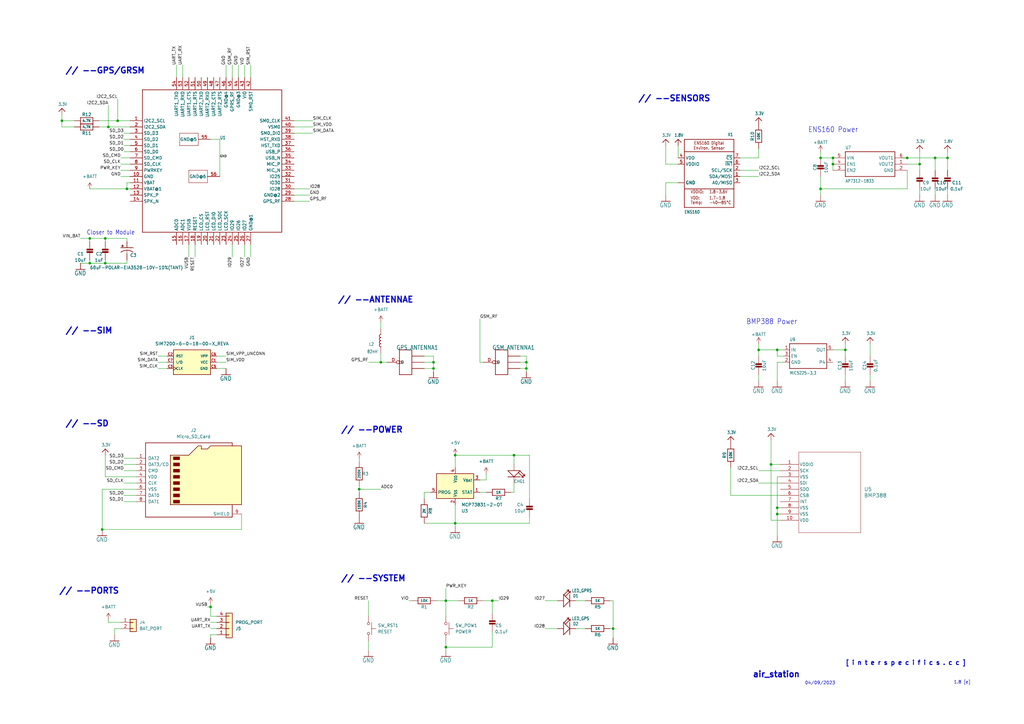
<source format=kicad_sch>
(kicad_sch (version 20230121) (generator eeschema)
  (paper "A3")
  (junction (at 318.77 208.28))
  (junction (at 336.55 64.77))
  (junction (at 52.07 77.47))
  (junction (at 86.36 248.92))
  (junction (at 48.26 49.53))
  (junction (at 210.82 186.69))
  (junction (at 36.83 107.95))
  (junction (at 341.63 67.31))
  (junction (at 346.71 143.51))
  (junction (at 186.69 186.69))
  (junction (at 215.9 151.13))
  (junction (at 156.21 148.59))
  (junction (at 147.32 200.66))
  (junction (at 251.46 257.81))
  (junction (at 336.55 77.47))
  (junction (at 318.77 210.82))
  (junction (at 201.93 246.38))
  (junction (at 182.88 246.38))
  (junction (at 177.8 148.59))
  (junction (at 377.19 67.31))
  (junction (at 177.8 151.13))
  (junction (at 341.63 64.77))
  (junction (at 316.23 190.5))
  (junction (at 215.9 148.59))
  (junction (at 372.11 64.77))
  (junction (at 186.69 214.63))
  (junction (at 388.62 64.77))
  (junction (at 43.18 107.95))
  (junction (at 36.83 97.79))
  (junction (at 318.77 143.51))
  (junction (at 383.54 64.77))
  (junction (at 311.15 143.51))
  (junction (at 44.45 52.07))
  (junction (at 182.88 265.43))
  (junction (at 41.91 217.17))
  (junction (at 43.18 97.79))
  (junction (at 25.4 49.53))
  (wire (pts (xy 86.36 57.15) (xy 90.17 57.15)) (stroke (width 0.1524)))
  (wire (pts (xy 43.18 195.58) (xy 43.18 186.69)))
  (wire (pts (xy 88.9 146.05) (xy 92.71 146.05)))
  (wire (pts (xy 36.83 106.68) (xy 36.83 107.95)) (stroke (width 0.1524)))
  (wire (pts (xy 156.21 148.59) (xy 158.75 148.59)))
  (wire (pts (xy 120.65 52.07) (xy 128.27 52.07)))
  (wire (pts (xy 341.63 67.31) (xy 341.63 69.85)) (stroke (width 0.1524)))
  (wire (pts (xy 196.85 130.81) (xy 196.85 148.59)))
  (wire (pts (xy 236.22 257.81) (xy 240.03 257.81)))
  (wire (pts (xy 40.64 49.53) (xy 48.26 49.53)))
  (wire (pts (xy 74.93 26.67) (xy 74.93 31.75)))
  (wire (pts (xy 318.77 148.59) (xy 318.77 156.21)) (stroke (width 0.1524)))
  (wire (pts (xy 88.9 151.13) (xy 92.71 151.13)))
  (wire (pts (xy 223.52 246.38) (xy 228.6 246.38)))
  (wire (pts (xy 41.91 217.17) (xy 99.06 217.17)) (stroke (width 0.1524)))
  (wire (pts (xy 213.36 148.59) (xy 215.9 148.59)))
  (wire (pts (xy 55.88 200.66) (xy 41.91 200.66)))
  (wire (pts (xy 30.48 52.07) (xy 25.4 52.07)))
  (wire (pts (xy 72.39 31.75) (xy 72.39 26.67)) (stroke (width 0.1524)))
  (wire (pts (xy 311.15 198.12) (xy 320.04 198.12)))
  (wire (pts (xy 236.22 246.38) (xy 240.03 246.38)))
  (wire (pts (xy 50.8 62.23) (xy 53.34 62.23)))
  (wire (pts (xy 151.13 246.38) (xy 151.13 252.73)))
  (wire (pts (xy 43.18 97.79) (xy 36.83 97.79)) (stroke (width 0.1524)))
  (wire (pts (xy 250.19 246.38) (xy 251.46 246.38)))
  (wire (pts (xy 182.88 265.43) (xy 182.88 266.7)))
  (wire (pts (xy 318.77 143.51) (xy 311.15 143.51)) (stroke (width 0.1524)))
  (wire (pts (xy 356.87 140.97) (xy 356.87 146.05)) (stroke (width 0.1524)))
  (wire (pts (xy 92.71 26.67) (xy 92.71 31.75)))
  (wire (pts (xy 147.32 200.66) (xy 147.32 201.93)))
  (wire (pts (xy 43.18 107.95) (xy 52.07 107.95)) (stroke (width 0.1524)))
  (wire (pts (xy 102.87 100.33) (xy 102.87 105.41)))
  (wire (pts (xy 320.04 203.2) (xy 299.72 203.2)))
  (wire (pts (xy 52.07 107.95) (xy 52.07 106.68)) (stroke (width 0.1524)))
  (wire (pts (xy 318.77 195.58) (xy 318.77 208.28)))
  (wire (pts (xy 36.83 107.95) (xy 43.18 107.95)) (stroke (width 0.1524)))
  (wire (pts (xy 388.62 64.77) (xy 388.62 69.85)) (stroke (width 0.1524)))
  (wire (pts (xy 311.15 153.67) (xy 311.15 156.21)) (stroke (width 0.1524)))
  (wire (pts (xy 273.05 74.93) (xy 273.05 80.01)) (stroke (width 0.1524)))
  (wire (pts (xy 182.88 246.38) (xy 187.96 246.38)))
  (wire (pts (xy 49.53 64.77) (xy 53.34 64.77)))
  (wire (pts (xy 318.77 208.28) (xy 318.77 210.82)))
  (wire (pts (xy 369.57 64.77) (xy 372.11 64.77)) (stroke (width 0.1524)))
  (wire (pts (xy 210.82 186.69) (xy 186.69 186.69)))
  (wire (pts (xy 50.8 193.04) (xy 55.88 193.04)))
  (wire (pts (xy 64.77 148.59) (xy 68.58 148.59)))
  (wire (pts (xy 50.8 54.61) (xy 53.34 54.61)))
  (wire (pts (xy 336.55 62.23) (xy 336.55 64.77)) (stroke (width 0.1524)))
  (wire (pts (xy 173.99 204.47) (xy 173.99 201.93)))
  (wire (pts (xy 40.64 52.07) (xy 44.45 52.07)))
  (wire (pts (xy 173.99 151.13) (xy 177.8 151.13)))
  (wire (pts (xy 356.87 153.67) (xy 356.87 156.21)) (stroke (width 0.1524)))
  (wire (pts (xy 95.25 26.67) (xy 95.25 31.75)))
  (wire (pts (xy 321.31 148.59) (xy 318.77 148.59)) (stroke (width 0.1524)))
  (wire (pts (xy 49.53 69.85) (xy 53.34 69.85)))
  (wire (pts (xy 311.15 64.77) (xy 311.15 60.96)))
  (wire (pts (xy 251.46 257.81) (xy 251.46 261.62)))
  (wire (pts (xy 179.07 246.38) (xy 182.88 246.38)))
  (wire (pts (xy 90.17 57.15) (xy 90.17 72.39)) (stroke (width 0.1524)))
  (wire (pts (xy 156.21 132.08) (xy 156.21 134.62)))
  (wire (pts (xy 33.02 107.95) (xy 36.83 107.95)))
  (wire (pts (xy 346.71 153.67) (xy 346.71 156.21)) (stroke (width 0.1524)))
  (wire (pts (xy 53.34 74.93) (xy 52.07 74.93)) (stroke (width 0.1524)))
  (wire (pts (xy 321.31 146.05) (xy 318.77 146.05)) (stroke (width 0.1524)))
  (wire (pts (xy 210.82 201.93) (xy 210.82 198.12)))
  (wire (pts (xy 198.12 246.38) (xy 201.93 246.38)))
  (wire (pts (xy 372.11 64.77) (xy 383.54 64.77)) (stroke (width 0.1524)))
  (wire (pts (xy 52.07 77.47) (xy 53.34 77.47)) (stroke (width 0.1524)))
  (wire (pts (xy 217.17 212.09) (xy 217.17 214.63)))
  (wire (pts (xy 311.15 193.04) (xy 320.04 193.04)))
  (wire (pts (xy 52.07 99.06) (xy 52.07 97.79)) (stroke (width 0.1524)))
  (wire (pts (xy 186.69 207.01) (xy 186.69 214.63)))
  (wire (pts (xy 223.52 257.81) (xy 228.6 257.81)))
  (wire (pts (xy 151.13 262.89) (xy 151.13 266.7)))
  (wire (pts (xy 217.17 214.63) (xy 186.69 214.63)))
  (wire (pts (xy 250.19 257.81) (xy 251.46 257.81)))
  (wire (pts (xy 377.19 62.23) (xy 377.19 67.31)) (stroke (width 0.1524)))
  (wire (pts (xy 50.8 198.12) (xy 55.88 198.12)))
  (wire (pts (xy 44.45 52.07) (xy 53.34 52.07)))
  (wire (pts (xy 43.18 106.68) (xy 43.18 107.95)) (stroke (width 0.1524)))
  (wire (pts (xy 186.69 214.63) (xy 186.69 215.9)))
  (wire (pts (xy 346.71 143.51) (xy 346.71 140.97)) (stroke (width 0.1524)))
  (wire (pts (xy 320.04 213.36) (xy 316.23 213.36)))
  (wire (pts (xy 383.54 77.47) (xy 383.54 80.01)) (stroke (width 0.1524)))
  (wire (pts (xy 86.36 247.65) (xy 86.36 248.92)))
  (wire (pts (xy 99.06 210.82) (xy 99.06 213.36)))
  (wire (pts (xy 388.62 77.47) (xy 388.62 80.01)) (stroke (width 0.1524)))
  (wire (pts (xy 64.77 151.13) (xy 68.58 151.13)))
  (wire (pts (xy 43.18 99.06) (xy 43.18 97.79)) (stroke (width 0.1524)))
  (wire (pts (xy 77.47 100.33) (xy 77.47 105.41)))
  (wire (pts (xy 173.99 148.59) (xy 177.8 148.59)))
  (wire (pts (xy 278.13 64.77) (xy 278.13 59.69)) (stroke (width 0.1524)))
  (wire (pts (xy 177.8 148.59) (xy 177.8 151.13)))
  (wire (pts (xy 346.71 143.51) (xy 346.71 146.05)) (stroke (width 0.1524)))
  (wire (pts (xy 201.93 259.08) (xy 201.93 265.43)))
  (wire (pts (xy 173.99 214.63) (xy 186.69 214.63)))
  (wire (pts (xy 25.4 49.53) (xy 25.4 46.99)))
  (wire (pts (xy 311.15 143.51) (xy 311.15 146.05)) (stroke (width 0.1524)))
  (wire (pts (xy 383.54 64.77) (xy 388.62 64.77)) (stroke (width 0.1524)))
  (wire (pts (xy 299.72 203.2) (xy 299.72 191.77)))
  (wire (pts (xy 52.07 97.79) (xy 43.18 97.79)) (stroke (width 0.1524)))
  (wire (pts (xy 383.54 69.85) (xy 383.54 64.77)) (stroke (width 0.1524)))
  (wire (pts (xy 36.83 77.47) (xy 52.07 77.47)) (stroke (width 0.1524)))
  (wire (pts (xy 120.65 77.47) (xy 127 77.47)))
  (wire (pts (xy 278.13 67.31) (xy 273.05 67.31)) (stroke (width 0.1524)))
  (wire (pts (xy 88.9 148.59) (xy 92.71 148.59)))
  (wire (pts (xy 30.48 49.53) (xy 25.4 49.53)))
  (wire (pts (xy 372.11 77.47) (xy 336.55 77.47)) (stroke (width 0.1524)))
  (wire (pts (xy 50.8 205.74) (xy 55.88 205.74)))
  (wire (pts (xy 196.85 196.85) (xy 199.39 196.85)))
  (wire (pts (xy 372.11 69.85) (xy 372.11 77.47)) (stroke (width 0.1524)))
  (wire (pts (xy 50.8 203.2) (xy 55.88 203.2)))
  (wire (pts (xy 320.04 195.58) (xy 318.77 195.58)))
  (wire (pts (xy 85.09 248.92) (xy 86.36 248.92)))
  (wire (pts (xy 320.04 208.28) (xy 318.77 208.28)))
  (wire (pts (xy 120.65 80.01) (xy 127 80.01)) (stroke (width 0.1524)))
  (wire (pts (xy 102.87 26.67) (xy 102.87 31.75)))
  (wire (pts (xy 100.33 100.33) (xy 100.33 105.41)))
  (wire (pts (xy 201.93 246.38) (xy 204.47 246.38)))
  (wire (pts (xy 217.17 204.47) (xy 217.17 186.69)))
  (wire (pts (xy 210.82 190.5) (xy 210.82 186.69)))
  (wire (pts (xy 168.91 246.38) (xy 167.64 246.38)))
  (wire (pts (xy 50.8 190.5) (xy 55.88 190.5)))
  (wire (pts (xy 311.15 143.51) (xy 311.15 140.97)) (stroke (width 0.1524)))
  (wire (pts (xy 320.04 190.5) (xy 316.23 190.5)))
  (wire (pts (xy 48.26 49.53) (xy 53.34 49.53)))
  (wire (pts (xy 86.36 248.92) (xy 86.36 252.73)))
  (wire (pts (xy 303.53 72.39) (xy 311.15 72.39)))
  (wire (pts (xy 43.18 195.58) (xy 55.88 195.58)))
  (wire (pts (xy 64.77 146.05) (xy 68.58 146.05)))
  (wire (pts (xy 201.93 265.43) (xy 182.88 265.43)))
  (wire (pts (xy 336.55 77.47) (xy 336.55 80.01)) (stroke (width 0.1524)))
  (wire (pts (xy 182.88 241.3) (xy 182.88 246.38)))
  (wire (pts (xy 377.19 77.47) (xy 377.19 80.01)) (stroke (width 0.1524)))
  (wire (pts (xy 86.36 257.81) (xy 88.9 257.81)))
  (wire (pts (xy 215.9 151.13) (xy 215.9 148.59)))
  (wire (pts (xy 49.53 257.81) (xy 46.99 257.81)))
  (wire (pts (xy 49.53 67.31) (xy 53.34 67.31)))
  (wire (pts (xy 151.13 148.59) (xy 156.21 148.59)))
  (wire (pts (xy 321.31 143.51) (xy 318.77 143.51)) (stroke (width 0.1524)))
  (wire (pts (xy 215.9 146.05) (xy 213.36 146.05)))
  (wire (pts (xy 44.45 254) (xy 44.45 255.27)))
  (wire (pts (xy 147.32 199.39) (xy 147.32 200.66)))
  (wire (pts (xy 52.07 74.93) (xy 52.07 77.47)) (stroke (width 0.1524)))
  (wire (pts (xy 41.91 200.66) (xy 41.91 217.17)))
  (wire (pts (xy 25.4 52.07) (xy 25.4 49.53)))
  (wire (pts (xy 86.36 255.27) (xy 88.9 255.27)))
  (wire (pts (xy 278.13 74.93) (xy 273.05 74.93)) (stroke (width 0.1524)))
  (wire (pts (xy 209.55 201.93) (xy 210.82 201.93)))
  (wire (pts (xy 303.53 64.77) (xy 311.15 64.77)))
  (wire (pts (xy 50.8 57.15) (xy 53.34 57.15)))
  (wire (pts (xy 50.8 187.96) (xy 55.88 187.96)))
  (wire (pts (xy 99.06 217.17) (xy 99.06 213.36)) (stroke (width 0.1524)))
  (wire (pts (xy 201.93 246.38) (xy 201.93 251.46)))
  (wire (pts (xy 341.63 67.31) (xy 341.63 64.77)) (stroke (width 0.1524)))
  (wire (pts (xy 49.53 72.39) (xy 53.34 72.39)))
  (wire (pts (xy 320.04 210.82) (xy 318.77 210.82)))
  (wire (pts (xy 177.8 151.13) (xy 177.8 152.4)))
  (wire (pts (xy 217.17 186.69) (xy 210.82 186.69)))
  (wire (pts (xy 86.36 260.35) (xy 86.36 261.62)))
  (wire (pts (xy 173.99 201.93) (xy 176.53 201.93)))
  (wire (pts (xy 215.9 152.4) (xy 215.9 151.13)))
  (wire (pts (xy 44.45 255.27) (xy 49.53 255.27)))
  (wire (pts (xy 186.69 186.69) (xy 186.69 191.77)))
  (wire (pts (xy 251.46 246.38) (xy 251.46 257.81)))
  (wire (pts (xy 182.88 246.38) (xy 182.88 252.73)))
  (wire (pts (xy 388.62 62.23) (xy 388.62 64.77)) (stroke (width 0.1524)))
  (wire (pts (xy 377.19 67.31) (xy 377.19 69.85)) (stroke (width 0.1524)))
  (wire (pts (xy 196.85 201.93) (xy 199.39 201.93)))
  (wire (pts (xy 86.36 252.73) (xy 88.9 252.73)))
  (wire (pts (xy 44.45 43.18) (xy 44.45 52.07)))
  (wire (pts (xy 120.65 49.53) (xy 128.27 49.53)))
  (wire (pts (xy 215.9 148.59) (xy 215.9 146.05)))
  (wire (pts (xy 316.23 180.34) (xy 316.23 190.5)))
  (wire (pts (xy 198.12 148.59) (xy 196.85 148.59)))
  (wire (pts (xy 33.02 97.79) (xy 36.83 97.79)) (stroke (width 0.1524)))
  (wire (pts (xy 97.79 26.67) (xy 97.79 31.75)))
  (wire (pts (xy 336.55 77.47) (xy 336.55 72.39)) (stroke (width 0.1524)))
  (wire (pts (xy 156.21 144.78) (xy 156.21 148.59)))
  (wire (pts (xy 318.77 146.05) (xy 318.77 143.51)) (stroke (width 0.1524)))
  (wire (pts (xy 36.83 99.06) (xy 36.83 97.79)) (stroke (width 0.1524)))
  (wire (pts (xy 182.88 262.89) (xy 182.88 265.43)))
  (wire (pts (xy 318.77 210.82) (xy 318.77 219.71)))
  (wire (pts (xy 213.36 151.13) (xy 215.9 151.13)))
  (wire (pts (xy 177.8 146.05) (xy 177.8 148.59)))
  (wire (pts (xy 50.8 59.69) (xy 53.34 59.69)))
  (wire (pts (xy 127 82.55) (xy 120.65 82.55)))
  (wire (pts (xy 316.23 213.36) (xy 316.23 190.5)))
  (wire (pts (xy 100.33 26.67) (xy 100.33 31.75)))
  (wire (pts (xy 341.63 143.51) (xy 346.71 143.51)) (stroke (width 0.1524)))
  (wire (pts (xy 120.65 54.61) (xy 128.27 54.61)))
  (wire (pts (xy 173.99 146.05) (xy 177.8 146.05)))
  (wire (pts (xy 88.9 260.35) (xy 86.36 260.35)))
  (wire (pts (xy 80.01 100.33) (xy 80.01 105.41)))
  (wire (pts (xy 303.53 69.85) (xy 311.15 69.85)))
  (wire (pts (xy 336.55 64.77) (xy 341.63 64.77)) (stroke (width 0.1524)))
  (wire (pts (xy 372.11 67.31) (xy 377.19 67.31)) (stroke (width 0.1524)))
  (wire (pts (xy 147.32 200.66) (xy 156.21 200.66)))
  (wire (pts (xy 48.26 40.64) (xy 48.26 49.53)))
  (wire (pts (xy 46.99 257.81) (xy 46.99 260.35)))
  (wire (pts (xy 273.05 67.31) (xy 273.05 59.69)) (stroke (width 0.1524)))
  (wire (pts (xy 147.32 187.96) (xy 147.32 189.23)))
  (wire (pts (xy 199.39 196.85) (xy 199.39 194.31)))
  (wire (pts (xy 95.25 100.33) (xy 95.25 105.41)))
  (text "// --SD\n" (at 26.67 175.26 0) (effects (font (size 2.4 2.4) (thickness 0.48) bold) (justify left bottom)))
  (text "[ i n t e r s p e c i f i c s . c c ]" (at 346.71 273.05 0) (effects (font (size 1.8 1.8) (thickness 0.36) bold) (justify left bottom)))
  (text "// --PORTS" (at 24.13 243.84 0) (effects (font (size 2.4 2.4) (thickness 0.48) bold) (justify left bottom)))
  (text "// --SYSTEM" (at 139.7 238.76 0) (effects (font (size 2.4 2.4) (thickness 0.48) bold) (justify left bottom)))
  (text "04/09/2023" (at 330.0969 280.9738 0) (effects (font (size 1.27 1.27)) (justify left bottom)))
  (text "Closer to Module" (at 35.56 96.52 0) (effects (font (size 1.778 1.5113)) (justify left bottom)))
  (text "BMP388 Power" (at 306.07 133.35 0) (effects (font (size 2.1844 1.8567)) (justify left bottom)))
  (text "// --ANTENNAE\n" (at 138.43 124.46 0) (effects (font (size 2.4 2.4) (thickness 0.48) bold) (justify left bottom)))
  (text "ENS160 Power" (at 331.47 54.61 0) (effects (font (size 2.1844 1.8567)) (justify left bottom)))
  (text "1.8 [e]" (at 391.16 280.67 0) (effects (font (size 1.27 1.27)) (justify left bottom)))
  (text "// --SENSORS" (at 261.62 41.91 0) (effects (font (size 2.4 2.4) (thickness 0.48) bold) (justify left bottom)))
  (text "air_station" (at 308.61 278.13 0) (effects (font (size 2.4 2.4) (thickness 0.48) bold) (justify left bottom)))
  (text "// --SIM" (at 26.67 137.16 0) (effects (font (size 2.4 2.4) (thickness 0.48) bold) (justify left bottom)))
  (text "// --GPS/GRSM" (at 26.67 30.48 0) (effects (font (size 2.4 2.4) (thickness 0.48) bold) (justify left bottom)))
  (text "// --POWER" (at 139.7 177.8 0) (effects (font (size 2.4 2.4) (thickness 0.48) bold) (justify left bottom)))
  (label "GND" (at 102.87 105.41 270) (effects (font (size 1.209 1.209))))
  (label "I2C2_SCL" (at 311.15 193.04 180) (effects (font (size 1.2446 1.2446))))
  (label "I2C2_SDA" (at 311.15 72.39 0) (effects (font (size 1.2446 1.2446))))
  (label "IO28" (at 127 77.47 0) (effects (font (size 1.209 1.209))))
  (label "SD_D2" (at 50.8 57.15 180) (effects (font (size 1.2446 1.2446))))
  (label "I2C2_SCL" (at 48.26 40.64 180) (effects (font (size 1.2446 1.2446))))
  (label "PWR_KEY" (at 49.53 69.85 180) (effects (font (size 1.2446 1.2446))))
  (label "GND" (at 92.71 26.67 90) (effects (font (size 1.2446 1.2446))))
  (label "GPS_RF" (at 151.13 148.59 180) (effects (font (size 1.2446 1.2446))))
  (label "SIM_CLK" (at 128.27 49.53 0) (effects (font (size 1.2446 1.2446))))
  (label "SD_CLK" (at 50.8 198.12 180) (effects (font (size 1.2446 1.2446))))
  (label "GND" (at 97.79 26.67 90) (effects (font (size 1.2446 1.2446))))
  (label "SD_CMD" (at 50.8 193.04 180) (effects (font (size 1.2446 1.2446))))
  (label "I2C2_SDA" (at 311.15 198.12 180) (effects (font (size 1.2446 1.2446))))
  (label "SD_D1" (at 50.8 59.69 180) (effects (font (size 1.2446 1.2446))))
  (label "VIO" (at 167.64 246.38 180) (effects (font (size 1.2446 1.2446))))
  (label "VUSB" (at 77.47 105.41 270) (effects (font (size 1.209 1.209))))
  (label "IO27" (at 223.52 246.38 180) (effects (font (size 1.209 1.209))))
  (label "SD_D3" (at 50.8 187.96 180) (effects (font (size 1.2446 1.2446))))
  (label "SD_D2" (at 50.8 190.5 180) (effects (font (size 1.2446 1.2446))))
  (label "IO28" (at 223.52 257.81 180) (effects (font (size 1.2446 1.2446))))
  (label "GND" (at 90.17 64.77 0) (effects (font (size 0.889 0.889))))
  (label "SIM_VPP_UNCONN" (at 92.71 146.05 0) (effects (font (size 1.209 1.209))))
  (label "UART_TX" (at 86.36 257.81 180) (effects (font (size 1.2446 1.2446))))
  (label "SIM_RST" (at 102.87 26.67 90) (effects (font (size 1.2446 1.2446))))
  (label "SD_D0" (at 50.8 203.2 180) (effects (font (size 1.2446 1.2446))))
  (label "I2C2_SDA" (at 44.45 43.18 180) (effects (font (size 1.2446 1.2446))))
  (label "UART_RX" (at 86.36 255.27 180) (effects (font (size 1.2446 1.2446))))
  (label "VIN_BAT" (at 33.02 97.79 180) (effects (font (size 1.2446 1.2446))))
  (label "ADC0" (at 156.21 200.66 0) (effects (font (size 1.2446 1.2446))))
  (label "GND" (at 127 80.01 0) (effects (font (size 1.2446 1.2446))))
  (label "SD_D1" (at 50.8 205.74 180) (effects (font (size 1.2446 1.2446))))
  (label "SIM_CLK" (at 64.77 151.13 180) (effects (font (size 1.209 1.209))))
  (label "SIM_VDD" (at 92.71 148.59 0) (effects (font (size 1.209 1.209))))
  (label "SD_CLK" (at 49.53 67.31 180) (effects (font (size 1.2446 1.2446))))
  (label "GSM_RF" (at 196.85 130.81 0) (effects (font (size 1.2446 1.2446))))
  (label "SIM_VDD" (at 128.27 52.07 0) (effects (font (size 1.2446 1.2446))))
  (label "SD_D3" (at 50.8 54.61 180) (effects (font (size 1.2446 1.2446))))
  (label "SIM_DATA" (at 128.27 54.61 0) (effects (font (size 1.2446 1.2446))))
  (label "SIM_RST" (at 64.77 146.05 180) (effects (font (size 1.209 1.209))))
  (label "RESET" (at 80.01 105.41 270) (effects (font (size 1.2446 1.2446))))
  (label "GSM_RF" (at 95.25 26.67 90) (effects (font (size 1.2446 1.2446))))
  (label "SD_D0" (at 50.8 62.23 180) (effects (font (size 1.2446 1.2446))))
  (label "UART_TX" (at 72.39 26.67 90) (effects (font (size 1.2446 1.2446))))
  (label "SIM_DATA" (at 64.77 148.59 180) (effects (font (size 1.209 1.209))))
  (label "VIO" (at 100.33 26.67 90) (effects (font (size 1.2446 1.2446))))
  (label "IO27" (at 100.33 105.41 270) (effects (font (size 1.209 1.209))))
  (label "GND" (at 49.53 72.39 180) (effects (font (size 1.2446 1.2446))))
  (label "IO29" (at 204.47 246.38 0) (effects (font (size 1.209 1.209))))
  (label "RESET" (at 151.13 246.38 180) (effects (font (size 1.2446 1.2446))))
  (label "I2C2_SCL" (at 311.15 69.85 0) (effects (font (size 1.2446 1.2446))))
  (label "VUSB" (at 85.09 248.92 180) (effects (font (size 1.209 1.209))))
  (label "IO29" (at 95.25 105.41 270) (effects (font (size 1.209 1.209))))
  (label "PWR_KEY" (at 182.88 241.3 0) (effects (font (size 1.2446 1.2446))))
  (label "SD_CMD" (at 49.53 64.77 180) (effects (font (size 1.2446 1.2446))))
  (label "UART_RX" (at 74.93 26.67 90) (effects (font (size 1.2446 1.2446))))
  (label "GPS_RF" (at 127 82.55 0) (effects (font (size 1.2446 1.2446))))
  (symbol (lib_id "Adafruit BMP388-eagle-import:RESISTOR_0603_NOOUT") (at 204.47 201.93 180) (unit 1)
    (property "Reference" "R7" (at 204.47 204.47 0))
    (property "Value" "1K" (at 204.47 201.93 0) (effects (font (size 1.016 1.016) bold)))
    (property "Footprint" "Adafruit BMP388:0603-NO" (effects hide))
  )
  (symbol (lib_id "Adafruit BMP388-eagle-import:CAP_CERAMIC0805-NOOUTLINE") (at 311.15 151.13 0) (unit 1)
    (property "Reference" "C12" (at 308.86 149.88 90))
    (property "Value" "10uF" (at 313.45 149.88 90))
    (property "Footprint" "Adafruit BMP388:0805-NO" (effects hide))
  )
  (symbol (lib_id "Adafruit BMP388-eagle-import:3.3V") (at 356.87 138.43 0) (unit 1)
    (property "Reference" "#U$021" (effects hide))
    (property "Value" "3.3V" (at 355.346 137.414 0) (effects (font (size 1.27 1.0795)) (justify left bottom)))
  )
  (symbol (lib_id "Maduino Zero A9G GPS Tracker v3.3-eagle-import:PowerTags_GND") (at 356.87 158.75 0) (unit 1)
    (property "Reference" "#GND010" (effects hide))
    (property "Value" "GND" (at 354.33 161.29 0) (effects (font (size 1.778 1.5113)) (justify left bottom)))
  )
  (symbol (lib_id "Maduino Zero A9G GPS Tracker v3.3-eagle-import:PowerTags_GND") (at 151.13 269.24 0) (unit 1)
    (property "Reference" "#GND05" (effects hide))
    (property "Value" "GND" (at 148.59 271.78 0) (effects (font (size 1.778 1.5113)) (justify left bottom)))
  )
  (symbol (lib_id "Adafruit BMP388-eagle-import:RESISTOR_0603_NOOUT") (at 173.99 246.38 180) (unit 1)
    (property "Reference" "R1" (at 173.99 248.92 0))
    (property "Value" "10K" (at 173.99 246.38 0) (effects (font (size 1.016 1.016) bold)))
    (property "Footprint" "Adafruit BMP388:0603-NO" (effects hide))
  )
  (symbol (lib_id "Maduino Zero A9G GPS Tracker v3.3-eagle-import:PowerTags_GND") (at 311.15 158.75 0) (unit 1)
    (property "Reference" "#GND04" (effects hide))
    (property "Value" "GND" (at 308.61 161.29 0) (effects (font (size 1.778 1.5113)) (justify left bottom)))
  )
  (symbol (lib_id "Adafruit BMP388-eagle-import:CAP_CERAMIC0603_NO") (at 356.87 151.13 0) (unit 1)
    (property "Reference" "C14" (at 354.58 149.88 90))
    (property "Value" "0.1uF" (at 359.17 149.88 90))
    (property "Footprint" "Adafruit BMP388:0603-NO" (effects hide))
  )
  (symbol (lib_id "Adafruit BMP388-eagle-import:3.3V") (at 43.18 184.15 0) (unit 1)
    (property "Reference" "#U$01" (effects hide))
    (property "Value" "3.3V" (at 41.656 183.134 0) (effects (font (size 1.27 1.0795)) (justify left bottom)))
  )
  (symbol (lib_id "Adafruit ENS160-eagle-import:1.8V") (at 388.62 59.69 0) (unit 1)
    (property "Reference" "#U$014" (effects hide))
    (property "Value" "1.8V" (at 387.096 58.674 0) (effects (font (size 1.27 1.0795)) (justify left bottom)))
  )
  (symbol (lib_id "power:+BATT") (at 156.21 132.08 0) (unit 1)
    (property "Reference" "#PWR03" (effects hide))
    (property "Value" "+BATT" (at 156.21 127 0))
  )
  (symbol (lib_id "Adafruit BMP388-eagle-import:3.3V") (at 299.72 179.07 0) (unit 1)
    (property "Reference" "#U$02" (effects hide))
    (property "Value" "3.3V" (at 298.196 178.054 0) (effects (font (size 1.27 1.0795)) (justify left bottom)))
  )
  (symbol (lib_id "Maduino Zero A9G GPS Tracker v3.3-eagle-import:PowerTags_GND") (at 336.55 82.55 0) (unit 1)
    (property "Reference" "#GND021" (effects hide))
    (property "Value" "GND" (at 334.01 85.09 0) (effects (font (size 1.778 1.5113)) (justify left bottom)))
  )
  (symbol (lib_id "Adafruit BMP388-eagle-import:RESISTOR_0603_NOOUT") (at 35.56 49.53 180) (unit 1)
    (property "Reference" "R12" (at 35.56 46.99 0))
    (property "Value" "4.7K" (at 35.56 49.53 0) (effects (font (size 1.016 1.016) bold)))
    (property "Footprint" "Adafruit BMP388:0603-NO" (effects hide))
  )
  (symbol (lib_id "Adafruit BMP388-eagle-import:3.3V") (at 316.23 177.8 0) (unit 1)
    (property "Reference" "#U$05" (effects hide))
    (property "Value" "3.3V" (at 314.706 176.784 0) (effects (font (size 1.27 1.0795)) (justify left bottom)))
  )
  (symbol (lib_id "power:+5V") (at 186.69 186.69 0) (unit 1)
    (property "Reference" "#PWR08" (effects hide))
    (property "Value" "+5V" (at 186.69 181.61 0))
  )
  (symbol (lib_id "Maduino Zero A9G GPS Tracker v3.3-eagle-import:PowerTags_GND") (at 186.69 218.44 0) (unit 1)
    (property "Reference" "#GND018" (effects hide))
    (property "Value" "GND" (at 184.15 220.98 0) (effects (font (size 1.778 1.5113)) (justify left bottom)))
  )
  (symbol (lib_id "Switch:SW_Push") (at 151.13 257.81 270) (unit 1)
    (property "Reference" "SW_RST1" (at 154.94 256.54 90) (effects (justify left)))
    (property "Value" "RESET" (at 154.94 259.08 90) (effects (justify left)))
    (property "Footprint" "Button_Switch_SMD:SW_Push_SPST_NO_Alps_SKRK" (effects hide))
  )
  (symbol (lib_id "power:+BATT") (at 44.45 254 0) (unit 1)
    (property "Reference" "#PWR05" (effects hide))
    (property "Value" "+BATT" (at 44.45 248.92 0))
  )
  (symbol (lib_id "Maduino Zero A9G GPS Tracker v3.3-eagle-import:PowerTags_GND") (at 251.46 264.16 0) (unit 1)
    (property "Reference" "#GND014" (effects hide))
    (property "Value" "GND" (at 248.92 266.7 0) (effects (font (size 1.778 1.5113)) (justify left bottom)))
  )
  (symbol (lib_id "Adafruit ENS160-eagle-import:CAP_CERAMIC0805-NOOUTLINE") (at 377.19 74.93 0) (unit 1)
    (property "Reference" "C9" (at 379.73 74.93 0))
    (property "Value" "10uF" (at 379.73 77.47 0))
    (property "Footprint" "Adafruit ENS160:0805-NO" (effects hide))
  )
  (symbol (lib_id "Adafruit BMP388-eagle-import:3.3V") (at 346.71 138.43 0) (unit 1)
    (property "Reference" "#U$019" (effects hide))
    (property "Value" "3.3V" (at 345.186 137.414 0) (effects (font (size 1.27 1.0795)) (justify left bottom)))
  )
  (symbol (lib_id "2023-09-04_18-32-21:BMP388") (at 320.04 190.5 0) (unit 1)
    (property "Reference" "U5" (at 354.33 200.66 0) (effects (font (size 1.524 1.524)) (justify left)))
    (property "Value" "BMP388" (at 354.33 203.2 0) (effects (font (size 1.524 1.524)) (justify left)))
    (property "Footprint" "footprints:QFN_BMP388_BOS" (effects hide))
    (property "Datasheet" "BMP388" (effects hide))
  )
  (symbol (lib_id "Maduino Zero A9G GPS Tracker v3.3-eagle-import:PowerTags_GND") (at 346.71 158.75 0) (unit 1)
    (property "Reference" "#GND07" (effects hide))
    (property "Value" "GND" (at 344.17 161.29 0) (effects (font (size 1.778 1.5113)) (justify left bottom)))
  )
  (symbol (lib_id "Adafruit BMP388-eagle-import:RESISTOR_0603_NOOUT") (at 173.99 209.55 270) (unit 1)
    (property "Reference" "R8" (at 176.53 209.55 0))
    (property "Value" "2K" (at 173.99 209.55 0) (effects (font (size 1.016 1.016) bold)))
    (property "Footprint" "Adafruit BMP388:0603-NO" (effects hide))
  )
  (symbol (lib_id "Adafruit BMP388-eagle-import:RESISTOR_0603_NOOUT") (at 245.11 246.38 180) (unit 1)
    (property "Reference" "R5" (at 245.11 248.92 0))
    (property "Value" "1K" (at 245.11 246.38 0) (effects (font (size 1.016 1.016) bold)))
    (property "Footprint" "Adafruit BMP388:0603-NO" (effects hide))
  )
  (symbol (lib_id "power:+BATT") (at 311.15 140.97 0) (unit 1)
    (property "Reference" "#PWR06" (effects hide))
    (property "Value" "+BATT" (at 311.15 137.16 0))
  )
  (symbol (lib_id "Adafruit BMP388-eagle-import:CAP_CERAMIC0805-NOOUTLINE") (at 36.83 101.6 180) (unit 1)
    (property "Reference" "C1" (at 33.02 104.14 0))
    (property "Value" "10uF" (at 33.02 106.68 0))
    (property "Footprint" "Adafruit BMP388:0805-NO" (effects hide))
  )
  (symbol (lib_id "Maduino Zero A9G GPS Tracker v3.3-eagle-import:PowerTags_GND") (at 86.36 264.16 0) (unit 1)
    (property "Reference" "#GND013" (effects hide))
    (property "Value" "GND" (at 83.82 266.7 0) (effects (font (size 1.778 1.5113)) (justify left bottom)))
  )
  (symbol (lib_id "Maduino Zero A9G GPS Tracker v3.3-eagle-import:GND") (at 41.91 219.71 0) (unit 1)
    (property "Reference" "#GND02" (effects hide))
    (property "Value" "GND" (at 39.37 222.25 0) (effects (font (size 1.778 1.5113)) (justify left bottom)))
  )
  (symbol (lib_id "Maduino Zero A9G GPS Tracker v3.3-eagle-import:PowerTags_GND") (at 215.9 154.94 0) (unit 1)
    (property "Reference" "#GND016" (effects hide))
    (property "Value" "GND" (at 213.36 157.48 0) (effects (font (size 1.778 1.5113)) (justify left bottom)))
  )
  (symbol (lib_id "Adafruit BMP388-eagle-import:RESISTOR_0603_NOOUT") (at 147.32 194.31 270) (unit 1)
    (property "Reference" "R3" (at 149.86 194.31 90))
    (property "Value" "200K" (at 147.32 194.31 0) (effects (font (size 1.016 1.016) bold)))
    (property "Footprint" "Adafruit BMP388:0603-NO" (effects hide))
  )
  (symbol (lib_id "Adafruit BMP388-eagle-import:RESISTOR_0603_NOOUT") (at 147.32 207.01 270) (unit 1)
    (property "Reference" "R4" (at 149.86 207.01 0))
    (property "Value" "100K" (at 147.32 207.01 0) (effects (font (size 1.016 1.016) bold)))
    (property "Footprint" "Adafruit BMP388:0603-NO" (effects hide))
  )
  (symbol (lib_id "Maduino Zero A9G GPS Tracker v3.3-eagle-import:68UF-POLAR-EIA3528-10V-10%(TANT)") (at 52.07 101.6 0) (unit 1)
    (property "Reference" "C3" (at 53.34 105.41 0) (effects (justify left bottom)))
    (property "Value" "68uF-POLAR-EIA3528-10V-10%(TANT)" (at 36.83 110.49 0) (effects (justify left bottom)))
    (property "Footprint" "Maduino Zero A9G GPS Tracker v3.3:EIA3528" (effects hide))
  )
  (symbol (lib_id "Adafruit BMP388-eagle-import:CAP_CERAMIC0603_NO") (at 201.93 256.54 0) (unit 1)
    (property "Reference" "C5" (at 204.47 256.54 0))
    (property "Value" "0.1uF" (at 205.74 259.08 0))
    (property "Footprint" "Adafruit BMP388:0603-NO" (effects hide))
  )
  (symbol (lib_id "Adafruit BMP388-eagle-import:3.3V") (at 25.4 44.45 0) (unit 1)
    (property "Reference" "#U$04" (effects hide))
    (property "Value" "3.3V" (at 23.876 43.434 0) (effects (font (size 1.27 1.0795)) (justify left bottom)))
  )
  (symbol (lib_id "Adafruit BMP388-eagle-import:RESISTOR_0603_NOOUT") (at 245.11 257.81 180) (unit 1)
    (property "Reference" "R6" (at 245.11 260.35 0))
    (property "Value" "1K" (at 245.11 257.81 0) (effects (font (size 1.016 1.016) bold)))
    (property "Footprint" "Adafruit BMP388:0603-NO" (effects hide))
  )
  (symbol (lib_id "Maduino Zero A9G GPS Tracker v3.3-eagle-import:PowerTags_GND") (at 388.62 82.55 0) (unit 1)
    (property "Reference" "#GND020" (effects hide))
    (property "Value" "GND" (at 386.08 85.09 0) (effects (font (size 1.778 1.5113)) (justify left bottom)))
  )
  (symbol (lib_id "Maduino Zero A9G GPS Tracker v3.3-eagle-import:PowerTags_GND") (at 383.54 82.55 0) (unit 1)
    (property "Reference" "#GND019" (effects hide))
    (property "Value" "GND" (at 381 85.09 0) (effects (font (size 1.778 1.5113)) (justify left bottom)))
  )
  (symbol (lib_id "Maduino Zero A9G GPS Tracker v3.3-eagle-import:PowerTags_GND") (at 318.77 158.75 0) (unit 1)
    (property "Reference" "#GND06" (effects hide))
    (property "Value" "GND" (at 316.23 161.29 0) (effects (font (size 1.778 1.5113)) (justify left bottom)))
  )
  (symbol (lib_id "Maduino Zero A9G GPS Tracker v3.3-eagle-import:LED'0603'") (at 232.41 257.81 0) (unit 1)
    (property "Reference" "D2" (at 234.95 256.54 0) (effects (font (size 1.27 1.0795)) (justify left bottom)))
    (property "Value" "LED_GPS" (at 234.569 254.381 0) (effects (font (size 1.27 1.0795)) (justify left bottom)))
    (property "Footprint" "Maduino Zero A9G GPS Tracker v3.3:LED-0603" (effects hide))
  )
  (symbol (lib_id "Connector_Generic:Conn_01x04") (at 93.98 257.81 0) (mirror x) (unit 1)
    (property "Reference" "J5" (at 96.52 257.81 0) (effects (justify left)))
    (property "Value" "PROG_PORT" (at 96.52 255.27 0) (effects (justify left)))
    (property "Footprint" "Connector_Molex:Molex_PicoBlade_53261-0471_1x04-1MP_P1.25mm_Horizontal" (effects hide))
  )
  (symbol (lib_id "Adafruit ENS160-eagle-import:CAP_CERAMIC0805-NOOUTLINE") (at 336.55 69.85 0) (unit 1)
    (property "Reference" "C8" (at 334.26 68.6 90))
    (property "Value" "10uF" (at 338.85 68.6 90))
    (property "Footprint" "Adafruit ENS160:0805-NO" (effects hide))
  )
  (symbol (lib_id "Maduino Zero A9G GPS Tracker v3.3-eagle-import:GND") (at 33.02 110.49 0) (unit 1)
    (property "Reference" "#GND01" (effects hide))
    (property "Value" "GND" (at 30.48 113.03 0) (effects (font (size 1.778 1.5113)) (justify left bottom)))
  )
  (symbol (lib_id "Adafruit BMP388-eagle-import:VREG_SOT23-5") (at 331.47 146.05 0) (unit 1)
    (property "Reference" "U9" (at 323.85 139.954 0) (effects (font (size 1.27 1.0795)) (justify left bottom)))
    (property "Value" "MIC5225-3.3" (at 323.85 153.67 0) (effects (font (size 1.27 1.0795)) (justify left bottom)))
    (property "Footprint" "Adafruit BMP388:SOT23-5" (effects hide))
  )
  (symbol (lib_id "Adafruit BMP388-eagle-import:CAP_CERAMIC0805-NOOUTLINE") (at 43.18 101.6 180) (unit 1)
    (property "Reference" "C2" (at 40.64 104.14 0))
    (property "Value" "1uF" (at 40.64 106.68 0))
    (property "Footprint" "Adafruit BMP388:0805-NO" (effects hide))
  )
  (symbol (lib_id "Maduino Zero A9G GPS Tracker v3.3-eagle-import:007-LED0603") (at 210.82 194.31 270) (unit 1)
    (property "Reference" "CHG1" (at 210.82 198.12 90) (effects (font (size 1.27 1.0795)) (justify left bottom)))
    (property "Value" "ORANGE" (effects hide))
    (property "Footprint" "Maduino Zero A9G GPS Tracker v3.3:D0603" (effects hide))
  )
  (symbol (lib_id "Battery_Management:MCP73831-2-OT") (at 186.69 199.39 0) (unit 1)
    (property "Reference" "U3" (at 189.23 209.55 0) (effects (justify left)))
    (property "Value" "MCP73831-2-OT" (at 189.23 207.01 0) (effects (justify left)))
    (property "Footprint" "Package_TO_SOT_SMD:SOT-23-5" (effects hide))
    (property "Datasheet" "http://ww1.microchip.com/downloads/en/DeviceDoc/20001984g.pdf" (effects hide))
  )
  (symbol (lib_id "SIM7200-6-0-18-00-X_REVA:SIM7200-6-0-18-00-X_REVA") (at 78.74 148.59 0) (unit 1)
    (property "Reference" "J1" (at 78.74 138.43 0))
    (property "Value" "SIM7200-6-0-18-00-X_REVA" (at 78.74 140.97 0))
    (property "Footprint" "sim7200:GCT_SIM7200-6-0-18-00-X_REVA" (effects hide))
    (property "MF" "Global Connector Technology" (effects hide))
    (property "Description" "\n6 Position Card Connector Micro SIM Surface Mount, Right Angle Gold\n" (effects hide))
    (property "Package" "None" (effects hide))
    (property "Price" "None" (effects hide))
    (property "Check_prices" "https://www.snapeda.com/parts/SIM7200-6-0-18-00-A/Global+Connector+Technology/view-part/?ref=eda" (effects hide))
    (property "SnapEDA_Link" "https://www.snapeda.com/parts/SIM7200-6-0-18-00-A/Global+Connector+Technology/view-part/?ref=snap" (effects hide))
    (property "MP" "SIM7200-6-0-18-00-A" (effects hide))
    (property "Availability" "In Stock" (effects hide))
    (property "MANUFACTURER" "GCT" (effects hide))
  )
  (symbol (lib_id "Connector:Micro_SD_Card") (at 78.74 195.58 0) (unit 1)
    (property "Reference" "J2" (at 79.375 176.53 0))
    (property "Value" "Micro_SD_Card" (at 79.375 179.07 0))
    (property "Footprint" "Connector_Card:microSD_HC_Molex_47219-2001" (effects hide))
    (property "Datasheet" "http://katalog.we-online.de/em/datasheet/693072010801.pdf" (effects hide))
  )
  (symbol (lib_id "Maduino Zero A9G GPS Tracker v3.3-eagle-import:PowerTags_GND") (at 147.32 214.63 0) (unit 1)
    (property "Reference" "#GND09" (effects hide))
    (property "Value" "GND" (at 144.78 217.17 0) (effects (font (size 1.778 1.5113)) (justify left bottom)))
  )
  (symbol (lib_id "Adafruit ENS160-eagle-import:3.3V") (at 273.05 57.15 0) (unit 1)
    (property "Reference" "#U$07" (effects hide))
    (property "Value" "3.3V" (at 271.526 56.134 0) (effects (font (size 1.27 1.0795)) (justify left bottom)))
  )
  (symbol (lib_id "Connector_Generic:Conn_01x02") (at 54.61 255.27 0) (unit 1)
    (property "Reference" "J4" (at 57.15 255.27 0) (effects (justify left)))
    (property "Value" "BAT_PORT" (at 57.15 257.81 0) (effects (justify left)))
    (property "Footprint" "Connector_Molex:Molex_PicoBlade_53261-0271_1x02-1MP_P1.25mm_Horizontal" (effects hide))
  )
  (symbol (lib_id "Adafruit BMP388-eagle-import:RESISTOR_0603_NOOUT") (at 299.72 186.69 90) (unit 1)
    (property "Reference" "R9" (at 297.18 186.69 0))
    (property "Value" "10K" (at 299.72 186.69 0) (effects (font (size 1.016 1.016) bold)))
    (property "Footprint" "Adafruit BMP388:0603-NO" (effects hide))
  )
  (symbol (lib_id "Maduino Zero A9G GPS Tracker v3.3-eagle-import:PowerTags_GND") (at 46.99 262.89 0) (unit 1)
    (property "Reference" "#GND012" (effects hide))
    (property "Value" "GND" (at 44.45 265.43 0) (effects (font (size 1.778 1.5113)) (justify left bottom)))
  )
  (symbol (lib_id "Maduino Zero A9G GPS Tracker v3.3-eagle-import:PowerTags_GND") (at 92.71 153.67 0) (unit 1)
    (property "Reference" "#GND023" (effects hide))
    (property "Value" "GND" (at 90.17 156.21 0) (effects (font (size 1.778 1.5113)) (justify left bottom)))
  )
  (symbol (lib_id "Adafruit BMP388-eagle-import:CAP_CERAMIC0805-NOOUTLINE") (at 217.17 207.01 180) (unit 1)
    (property "Reference" "C4" (at 213.36 207.01 0))
    (property "Value" "10uF" (at 213.36 209.55 0))
    (property "Footprint" "Adafruit BMP388:0805-NO" (effects hide))
  )
  (symbol (lib_id "Adafruit BMP388-eagle-import:3.3V") (at 311.15 48.26 0) (unit 1)
    (property "Reference" "#U$03" (effects hide))
    (property "Value" "3.3V" (at 309.626 47.244 0) (effects (font (size 1.27 1.0795)) (justify left bottom)))
  )
  (symbol (lib_id "Maduino Zero A9G GPS Tracker v3.3-eagle-import:PowerTags_GND") (at 318.77 222.25 0) (unit 1)
    (property "Reference" "#GND011" (effects hide))
    (property "Value" "GND" (at 316.23 224.79 0) (effects (font (size 1.778 1.5113)) (justify left bottom)))
  )
  (symbol (lib_id "Adafruit BMP388-eagle-import:RESISTOR_0603_NOOUT") (at 311.15 55.88 90) (unit 1)
    (property "Reference" "R10" (at 308.61 55.88 0))
    (property "Value" "10K" (at 311.15 55.88 0) (effects (font (size 1.016 1.016) bold)))
    (property "Footprint" "Adafruit BMP388:0603-NO" (effects hide))
  )
  (symbol (lib_id "Maduino Zero A9G GPS Tracker v3.3-eagle-import:A9G") (at 87.63 66.04 0) (unit 1)
    (property "Reference" "U1" (at 90.17 57.15 0) (effects (font (size 1.27 1.0795)) (justify left bottom)))
    (property "Value" "A9G" (effects hide))
    (property "Footprint" "Maduino Zero A9G GPS Tracker v3.3:A9G" (effects hide))
  )
  (symbol (lib_id "Switch:SW_Push") (at 182.88 257.81 270) (unit 1)
    (property "Reference" "SW_POW1" (at 186.69 256.54 90) (effects (justify left)))
    (property "Value" "POWER" (at 186.69 259.08 90) (effects (justify left)))
    (property "Footprint" "Button_Switch_SMD:SW_Push_SPST_NO_Alps_SKRK" (effects hide))
  )
  (symbol (lib_id "Maduino Zero A9G GPS Tracker v3.3-eagle-import:ANTENNA-U-FL") (at 205.74 148.59 0) (unit 1)
    (property "Reference" "GSM_ANTENNA1" (at 201.93 143.51 0) (effects (font (size 1.778 1.5113)) (justify left bottom)))
    (property "Value" "ANTENNA-U-FL" (effects hide))
    (property "Footprint" "Maduino Zero A9G GPS Tracker v3.3:4P-U-FL" (effects hide))
  )
  (symbol (lib_id "Maduino Zero A9G GPS Tracker v3.3-eagle-import:PowerTags_GND") (at 377.19 82.55 0) (unit 1)
    (property "Reference" "#GND03" (effects hide))
    (property "Value" "GND" (at 374.65 85.09 0) (effects (font (size 1.778 1.5113)) (justify left bottom)))
  )
  (symbol (lib_id "Adafruit ENS160-eagle-import:VREG_SOT23-6_DUALAP7312") (at 356.87 67.31 0) (unit 1)
    (property "Reference" "U7" (at 346.71 61.214 0) (effects (font (size 1.27 1.0795)) (justify left bottom)))
    (property "Value" "AP7312-1833" (at 346.71 74.93 0) (effects (font (size 1.27 1.0795)) (justify left bottom)))
    (property "Footprint" "Adafruit ENS160:SOT23-6" (effects hide))
  )
  (symbol (lib_id "Adafruit BMP388-eagle-import:RESISTOR_0603_NOOUT") (at 35.56 52.07 180) (unit 1)
    (property "Reference" "R11" (at 35.56 54.61 0))
    (property "Value" "4.7K" (at 35.56 52.07 0) (effects (font (size 1.016 1.016) bold)))
    (property "Footprint" "Adafruit BMP388:0603-NO" (effects hide))
  )
  (symbol (lib_id "Adafruit ENS160-eagle-import:CAP_CERAMIC0805-NOOUTLINE") (at 383.54 74.93 0) (unit 1)
    (property "Reference" "C10" (at 386.08 74.93 0))
    (property "Value" "10uF" (at 386.08 77.47 0))
    (property "Footprint" "Adafruit ENS160:0805-NO" (effects hide))
  )
  (symbol (lib_id "Adafruit BMP388-eagle-import:CAP_CERAMIC0805-NOOUTLINE") (at 346.71 151.13 0) (unit 1)
    (property "Reference" "C13" (at 344.42 149.88 90))
    (property "Value" "10uF" (at 349.01 149.88 90))
    (property "Footprint" "Adafruit BMP388:0805-NO" (effects hide))
  )
  (symbol (lib_id "Adafruit ENS160-eagle-import:ENS160") (at 290.83 69.85 0) (unit 1)
    (property "Reference" "X1" (at 298.45 55.88 0) (effects (font (size 1.27 1.0795)) (justify left bottom)))
    (property "Value" "ENS160" (at 280.67 87.63 0) (effects (font (size 1.27 1.0795)) (justify left bottom)))
    (property "Footprint" "Adafruit ENS160:ENS160" (effects hide))
  )
  (symbol (lib_id "power:+BATT") (at 199.39 194.31 0) (unit 1)
    (property "Reference" "#PWR02" (effects hide))
    (property "Value" "+BATT" (at 199.39 189.23 0))
  )
  (symbol (lib_id "Adafruit ENS160-eagle-import:1.8V") (at 278.13 57.15 0) (unit 1)
    (property "Reference" "#U$09" (effects hide))
    (property "Value" "1.8V" (at 276.606 56.134 0) (effects (font (size 1.27 1.0795)) (justify left bottom)))
  )
  (symbol (lib_id "Adafruit BMP388-eagle-import:3.3V") (at 377.19 59.69 0) (unit 1)
    (property "Reference" "#U$011" (effects hide))
    (property "Value" "3.3V" (at 375.666 58.674 0) (effects (font (size 1.27 1.0795)) (justify left bottom)))
  )
  (symbol (lib_id "power:+BATT") (at 336.55 62.23 0) (unit 1)
    (property "Reference" "#PWR07" (effects hide))
    (property "Value" "+BATT" (at 336.55 58.42 0))
  )
  (symbol (lib_id "Maduino Zero A9G GPS Tracker v3.3-eagle-import:PowerTags_GND") (at 273.05 82.55 0) (unit 1)
    (property "Reference" "#GND022" (effects hide))
    (property "Value" "GND" (at 270.51 85.09 0) (effects (font (size 1.778 1.5113)) (justify left bottom)))
  )
  (symbol (lib_id "Adafruit BMP388-eagle-import:RESISTOR_0603_NOOUT") (at 193.04 246.38 180) (unit 1)
    (property "Reference" "R2" (at 193.04 248.92 0))
    (property "Value" "1K" (at 193.04 246.38 0) (effects (font (size 1.016 1.016) bold)))
    (property "Footprint" "Adafruit BMP388:0603-NO" (effects hide))
  )
  (symbol (lib_id "power:+BATT") (at 147.32 187.96 0) (unit 1)
    (property "Reference" "#PWR01" (effects hide))
    (property "Value" "+BATT" (at 147.32 182.88 0))
  )
  (symbol (lib_id "Maduino Zero A9G GPS Tracker v3.3-eagle-import:ANTENNA-U-FL") (at 166.37 148.59 0) (unit 1)
    (property "Reference" "GPS_ANTENNA1" (at 162.56 143.51 0) (effects (font (size 1.778 1.5113)) (justify left bottom)))
    (property "Value" "ANTENNA-U-FL" (effects hide))
    (property "Footprint" "Maduino Zero A9G GPS Tracker v3.3:4P-U-FL" (effects hide))
  )
  (symbol (lib_id "power:+BATT") (at 36.83 77.47 0) (unit 1)
    (property "Reference" "#PWR04" (effects hide))
    (property "Value" "+BATT" (at 36.83 72.39 0))
  )
  (symbol (lib_id "Maduino Zero A9G GPS Tracker v3.3-eagle-import:PowerTags_GND") (at 177.8 154.94 0) (unit 1)
    (property "Reference" "#GND015" (effects hide))
    (property "Value" "GND" (at 175.26 157.48 0) (effects (font (size 1.778 1.5113)) (justify left bottom)))
  )
  (symbol (lib_id "Maduino Zero A9G GPS Tracker v3.3-eagle-import:L'0603'") (at 156.21 139.7 90) (unit 1)
    (property "Reference" "L2" (at 153.416 140.462 90) (effects (font (size 1.27 1.0795)) (justify left bottom)))
    (property "Value" "82nH" (at 154.94 143.51 90) (effects (font (size 1.27 1.0795)) (justify left bottom)))
    (property "Footprint" "Maduino Zero A9G GPS Tracker v3.3:L0603" (effects hide))
  )
  (symbol (lib_id "Maduino Zero A9G GPS Tracker v3.3-eagle-import:PowerTags_GND") (at 182.88 269.24 0) (unit 1)
    (property "Reference" "#GND08" (effects hide))
    (property "Value" "GND" (at 180.34 271.78 0) (effects (font (size 1.778 1.5113)) (justify left bottom)))
  )
  (symbol (lib_id "Maduino Zero A9G GPS Tracker v3.3-eagle-import:LED'0603'") (at 232.41 246.38 0) (unit 1)
    (property "Reference" "D1" (at 234.95 245.11 0) (effects (font (size 1.27 1.0795)) (justify left bottom)))
    (property "Value" "LED_GPRS" (at 234.569 242.951 0) (effects (font (size 1.27 1.0795)) (justify left bottom)))
    (property "Footprint" "Maduino Zero A9G GPS Tracker v3.3:LED-0603" (effects hide))
  )
  (symbol (lib_id "Adafruit ENS160-eagle-import:CAP_CERAMIC0603_NO") (at 388.62 74.93 0) (unit 1)
    (property "Reference" "C11" (at 392.43 74.93 0))
    (property "Value" "0.1uF" (at 392.43 77.47 0))
    (property "Footprint" "Adafruit ENS160:0603-NO" (effects hide))
  )
  (symbol (lib_id "power:+5V") (at 86.36 247.65 0) (unit 1)
    (property "Reference" "#PWR010" (effects hide))
    (property "Value" "+5V" (at 86.36 242.57 0))
  )
)
</source>
